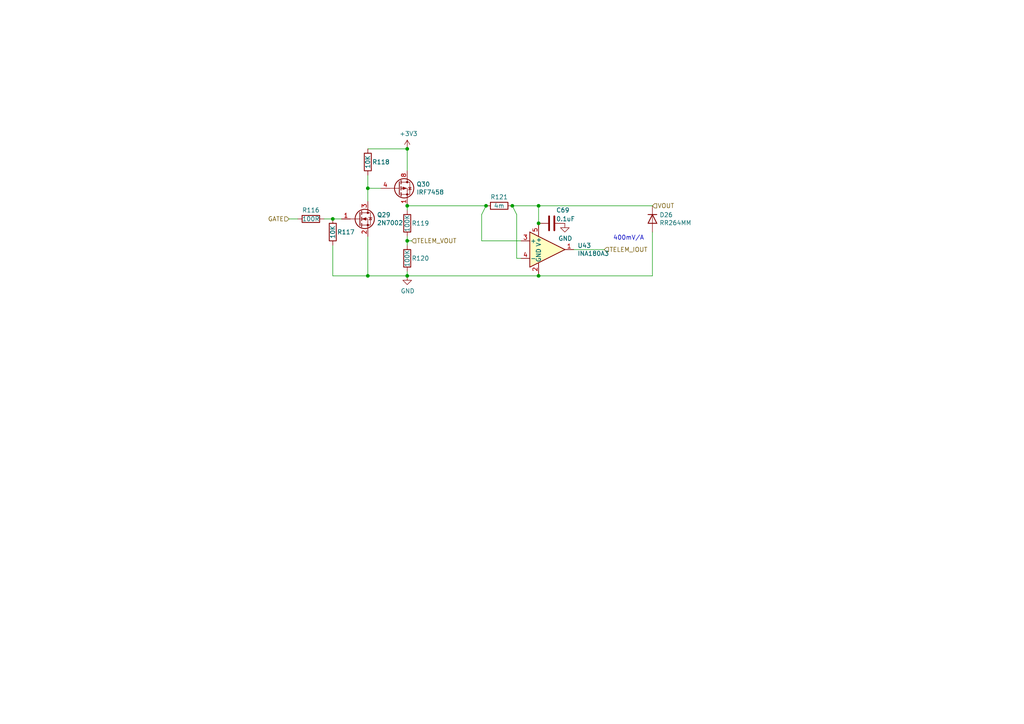
<source format=kicad_sch>
(kicad_sch (version 20211123) (generator eeschema)
  (paper "A4")
  (title_block (title "TJ Custom EPS") (rev "0.1") (company "TJHSST Nanosatellite Club") (comment 1 "3V3 PDM") (comment 2 "Provides Current and Voltage telemetry, and high side switch") (comment 4 "Engineer: Alan Hsu"))
  (lib_symbols
    (symbol "Amplifier_Current:INA138" (pin_names (offset 0.127))
      (property "Reference" "U" (at 3.81 5.08 0))
      (property "Value" "INA138" (at 3.81 2.54 0))
      (symbol "INA138_0_1"
        (polyline (pts (xy -5.08 5.08) (xy 5.08 0) (xy -5.08 -5.08) (xy -5.08 5.08)) (stroke (width 0.254)) (fill (type background)))
      )
      (symbol "INA138_1_1"
        (pin output line (at 7.62 0 180) (length 2.54) (name "~") (number "1"))
        (pin power_in line (at -2.54 -7.62 90) (length 3.81) (name "GND") (number "2"))
        (pin input line (at -7.62 2.54 0) (length 2.54) (name "+") (number "3"))
        (pin input line (at -7.62 -2.54 0) (length 2.54) (name "-") (number "4"))
        (pin power_in line (at -2.54 7.62 270) (length 3.81) (name "V+") (number "5"))
      )
    )
    (symbol "Device:C" (pin_numbers hide) (pin_names (offset 0.254))
      (property "Reference" "C" (at 0.635 2.54 0))
      (property "Value" "C" (at 0.635 -2.54 0))
      (symbol "C_0_1"
        (polyline (pts (xy -2.032 -0.762) (xy 2.032 -0.762)) (stroke (width 0.508)))
        (polyline (pts (xy -2.032 0.762) (xy 2.032 0.762)) (stroke (width 0.508)))
      )
      (symbol "C_1_1"
        (pin passive line (at 0 3.81 270) (length 2.794) (name "~") (number "1"))
        (pin passive line (at 0 -3.81 90) (length 2.794) (name "~") (number "2"))
      )
    )
    (symbol "Device:D" (pin_numbers hide) (pin_names (offset 1.016) hide)
      (property "Reference" "D" (at 0 2.54 0))
      (property "Value" "D" (at 0 -2.54 0))
      (symbol "D_0_1"
        (polyline (pts (xy -1.27 1.27) (xy -1.27 -1.27)) (stroke (width 0.254)))
        (polyline (pts (xy 1.27 0) (xy -1.27 0)))
        (polyline (pts (xy 1.27 1.27) (xy 1.27 -1.27) (xy -1.27 0) (xy 1.27 1.27)) (stroke (width 0.254)))
      )
      (symbol "D_1_1"
        (pin passive line (at -3.81 0 0) (length 2.54) (name "K") (number "1"))
        (pin passive line (at 3.81 0 180) (length 2.54) (name "A") (number "2"))
      )
    )
    (symbol "Device:R" (pin_numbers hide) (pin_names (offset 0))
      (property "Reference" "R" (at 2.032 0 90))
      (property "Value" "R" (at 0 0 90))
      (symbol "R_0_1"
        (rectangle (start -1.016 -2.54) (end 1.016 2.54) (stroke (width 0.254)))
      )
      (symbol "R_1_1"
        (pin passive line (at 0 3.81 270) (length 1.27) (name "~") (number "1"))
        (pin passive line (at 0 -3.81 90) (length 1.27) (name "~") (number "2"))
      )
    )
    (symbol "Transistor_FET:2N7002" (pin_names hide)
      (property "Reference" "Q" (at 5.08 1.905 0))
      (property "Value" "2N7002" (at 5.08 0 0))
      (symbol "2N7002_0_1"
        (polyline (pts (xy 0.254 0) (xy -2.54 0)))
        (polyline (pts (xy 0.254 1.905) (xy 0.254 -1.905)) (stroke (width 0.254)))
        (polyline (pts (xy 0.762 -1.27) (xy 0.762 -2.286)) (stroke (width 0.254)))
        (polyline (pts (xy 0.762 0.508) (xy 0.762 -0.508)) (stroke (width 0.254)))
        (polyline (pts (xy 0.762 2.286) (xy 0.762 1.27)) (stroke (width 0.254)))
        (polyline (pts (xy 2.54 2.54) (xy 2.54 1.778)))
        (polyline (pts (xy 2.54 -2.54) (xy 2.54 0) (xy 0.762 0)))
        (polyline (pts (xy 0.762 -1.778) (xy 3.302 -1.778) (xy 3.302 1.778) (xy 0.762 1.778)))
        (polyline (pts (xy 1.016 0) (xy 2.032 0.381) (xy 2.032 -0.381) (xy 1.016 0)) (fill (type outline)))
        (polyline (pts (xy 2.794 0.508) (xy 2.921 0.381) (xy 3.683 0.381) (xy 3.81 0.254)))
        (polyline (pts (xy 3.302 0.381) (xy 2.921 -0.254) (xy 3.683 -0.254) (xy 3.302 0.381)))
        (circle (center 1.651 0) (radius 2.794) (stroke (width 0.254)))
        (circle (center 2.54 -1.778) (radius 0.254) (fill (type outline)))
        (circle (center 2.54 1.778) (radius 0.254) (fill (type outline)))
      )
      (symbol "2N7002_1_1"
        (pin input line (at -5.08 0 0) (length 2.54) (name "G") (number "1"))
        (pin passive line (at 2.54 -5.08 90) (length 2.54) (name "S") (number "2"))
        (pin passive line (at 2.54 5.08 270) (length 2.54) (name "D") (number "3"))
      )
    )
    (symbol "Transistor_FET:IRF7404" (pin_names hide)
      (property "Reference" "Q" (at 5.08 1.905 0))
      (property "Value" "IRF7404" (at 5.08 0 0))
      (symbol "IRF7404_0_1"
        (polyline (pts (xy 0.254 0) (xy -2.54 0)))
        (polyline (pts (xy 0.254 1.905) (xy 0.254 -1.905)) (stroke (width 0.254)))
        (polyline (pts (xy 0.762 -1.27) (xy 0.762 -2.286)) (stroke (width 0.254)))
        (polyline (pts (xy 0.762 0.508) (xy 0.762 -0.508)) (stroke (width 0.254)))
        (polyline (pts (xy 0.762 2.286) (xy 0.762 1.27)) (stroke (width 0.254)))
        (polyline (pts (xy 2.54 2.54) (xy 2.54 1.778)))
        (polyline (pts (xy 2.54 -2.54) (xy 2.54 0) (xy 0.762 0)))
        (polyline (pts (xy 0.762 1.778) (xy 3.302 1.778) (xy 3.302 -1.778) (xy 0.762 -1.778)))
        (polyline (pts (xy 2.286 0) (xy 1.27 0.381) (xy 1.27 -0.381) (xy 2.286 0)) (fill (type outline)))
        (polyline (pts (xy 2.794 -0.508) (xy 2.921 -0.381) (xy 3.683 -0.381) (xy 3.81 -0.254)))
        (polyline (pts (xy 3.302 -0.381) (xy 2.921 0.254) (xy 3.683 0.254) (xy 3.302 -0.381)))
        (circle (center 1.651 0) (radius 2.794) (stroke (width 0.254)))
        (circle (center 2.54 -1.778) (radius 0.254) (fill (type outline)))
        (circle (center 2.54 1.778) (radius 0.254) (fill (type outline)))
      )
      (symbol "IRF7404_1_1"
        (pin passive line (at 2.54 -5.08 90) (length 2.54) (name "S") (number "1"))
        (pin passive line (at 2.54 -5.08 90) (length 2.54) hide (name "S") (number "2"))
        (pin passive line (at 2.54 -5.08 90) (length 2.54) hide (name "S") (number "3"))
        (pin passive line (at -5.08 0 0) (length 2.54) (name "G") (number "4"))
        (pin passive line (at 2.54 5.08 270) (length 2.54) hide (name "D") (number "5"))
        (pin passive line (at 2.54 5.08 270) (length 2.54) hide (name "D") (number "6"))
        (pin passive line (at 2.54 5.08 270) (length 2.54) hide (name "D") (number "7"))
        (pin passive line (at 2.54 5.08 270) (length 2.54) (name "D") (number "8"))
      )
    )
    (symbol "power:+3V3" (power) (pin_names (offset 0))
      (property "Value" "+3V3" (at 0 3.556 0))
      (symbol "+3V3_0_1"
        (polyline (pts (xy -0.762 1.27) (xy 0 2.54)))
        (polyline (pts (xy 0 0) (xy 0 2.54)))
        (polyline (pts (xy 0 2.54) (xy 0.762 1.27)))
      )
      (symbol "+3V3_1_1"
        (pin power_in line (at 0 0 90) (length 0) hide (name "+3V3") (number "1"))
      )
    )
    (symbol "power:GND" (power) (pin_names (offset 0))
      (property "Value" "GND" (at 0 -3.81 0))
      (symbol "GND_0_1"
        (polyline (pts (xy 0 0) (xy 0 -1.27) (xy 1.27 -1.27) (xy 0 -2.54) (xy -1.27 -1.27) (xy 0 -1.27)))
      )
      (symbol "GND_1_1"
        (pin power_in line (at 0 0 270) (length 0) hide (name "GND") (number "1"))
      )
    )
  )
  (junction (at 106.68 54.61))
  (junction (at 148.59 59.69))
  (junction (at 96.52 63.5))
  (junction (at 118.11 69.85))
  (junction (at 156.21 80.01))
  (junction (at 118.11 59.69))
  (junction (at 140.97 59.69))
  (junction (at 106.68 80.01))
  (junction (at 118.11 43.18))
  (junction (at 156.21 59.69))
  (junction (at 118.11 80.01))
  (junction (at 156.21 64.77))
  (wire (pts (xy 140.97 59.69) (xy 139.7 62.23)))
  (wire (pts (xy 139.7 69.85) (xy 151.13 69.85)))
  (wire (pts (xy 189.23 67.31) (xy 189.23 80.01)))
  (wire (pts (xy 110.49 54.61) (xy 106.68 54.61)))
  (wire (pts (xy 83.82 63.5) (xy 86.36 63.5)))
  (wire (pts (xy 149.86 62.23) (xy 149.86 74.93)))
  (wire (pts (xy 156.21 64.77) (xy 156.21 59.69)))
  (wire (pts (xy 118.11 59.69) (xy 140.97 59.69)))
  (wire (pts (xy 148.59 59.69) (xy 156.21 59.69)))
  (wire (pts (xy 156.21 59.69) (xy 189.23 59.69)))
  (wire (pts (xy 96.52 63.5) (xy 99.06 63.5)))
  (wire (pts (xy 96.52 80.01) (xy 106.68 80.01)))
  (wire (pts (xy 118.11 60.96) (xy 118.11 59.69)))
  (wire (pts (xy 118.11 68.58) (xy 118.11 69.85)))
  (wire (pts (xy 166.37 72.39) (xy 175.26 72.39)))
  (wire (pts (xy 118.11 78.74) (xy 118.11 80.01)))
  (wire (pts (xy 106.68 80.01) (xy 118.11 80.01)))
  (wire (pts (xy 106.68 54.61) (xy 106.68 58.42)))
  (wire (pts (xy 118.11 49.53) (xy 118.11 43.18)))
  (wire (pts (xy 118.11 69.85) (xy 119.38 69.85)))
  (wire (pts (xy 118.11 69.85) (xy 118.11 71.12)))
  (wire (pts (xy 106.68 43.18) (xy 118.11 43.18)))
  (wire (pts (xy 149.86 62.23) (xy 148.59 59.69)))
  (wire (pts (xy 149.86 74.93) (xy 151.13 74.93)))
  (wire (pts (xy 118.11 80.01) (xy 156.21 80.01)))
  (wire (pts (xy 96.52 71.12) (xy 96.52 80.01)))
  (wire (pts (xy 106.68 50.8) (xy 106.68 54.61)))
  (wire (pts (xy 139.7 62.23) (xy 139.7 69.85)))
  (wire (pts (xy 156.21 80.01) (xy 189.23 80.01)))
  (wire (pts (xy 93.98 63.5) (xy 96.52 63.5)))
  (wire (pts (xy 106.68 68.58) (xy 106.68 80.01)))
  (text "400mV/A" (at 177.8 69.85 0) (effects (font (size 1.27 1.27)) (justify left bottom)))
  (hierarchical_label "TELEM_VOUT" (shape input) (at 119.38 69.85 0))
  (hierarchical_label "VOUT" (shape input) (at 189.23 59.69 0))
  (hierarchical_label "GATE" (shape input) (at 83.82 63.5 180))
  (hierarchical_label "TELEM_IOUT" (shape input) (at 175.26 72.39 0))
  (symbol (lib_id "Device:R") (at 106.68 46.99 0) (unit 1)
    (property "Reference" "R118" (at 107.95 46.99 0) (effects (justify left)))
    (property "Value" "10K" (at 106.68 46.99 90))
    (property "Footprint" "Resistor_SMD:R_0603_1608Metric" (effects hide))
  )
  (symbol (lib_id "Device:R") (at 96.52 67.31 0) (unit 1)
    (property "Reference" "R117" (at 97.79 67.31 0) (effects (justify left)))
    (property "Value" "10K" (at 96.52 67.31 90))
    (property "Footprint" "Resistor_SMD:R_0603_1608Metric" (effects hide))
  )
  (symbol (lib_id "power:GND") (at 118.11 80.01 0) (unit 1)
    (property "Reference" "#PWR0122" (effects hide))
    (property "Value" "GND" (at 118.237 84.4042 0))
  )
  (symbol (lib_id "power:+3V3") (at 118.11 43.18 0) (unit 1)
    (property "Reference" "#PWR0121" (effects hide))
    (property "Value" "+3V3" (at 118.491 38.7858 0))
  )
  (symbol (lib_id "Transistor_FET:IRF7404") (at 115.57 54.61 0) (unit 1)
    (property "Reference" "Q30" (at 120.777 53.4416 0) (effects (justify left)))
    (property "Value" "IRF7458" (at 120.777 55.753 0) (effects (justify left)))
    (property "Footprint" "Package_SO:SOIC-8_3.9x4.9mm_P1.27mm" (effects hide))
    (property "Datasheet" "http://www.infineon.com/dgdl/irf7404.pdf?fileId=5546d462533600a4015355fa2b5b1b9e" (effects hide))
  )
  (symbol (lib_id "Transistor_FET:2N7002") (at 104.14 63.5 0) (unit 1)
    (property "Reference" "Q29" (at 109.3216 62.3316 0) (effects (justify left)))
    (property "Value" "2N7002" (at 109.3216 64.643 0) (effects (justify left)))
    (property "Footprint" "Package_TO_SOT_SMD:SOT-23" (effects hide))
    (property "Datasheet" "https://www.onsemi.com/pub/Collateral/NDS7002A-D.PDF" (effects hide))
  )
  (symbol (lib_id "Device:D") (at 189.23 63.5 270) (unit 1)
    (property "Reference" "D26" (at 191.262 62.3316 90) (effects (justify left)))
    (property "Value" "RR264MM" (at 191.262 64.643 90) (effects (justify left)))
    (property "Footprint" "Diode_SMD:D_SOD-123F" (effects hide))
  )
  (symbol (lib_id "Device:R") (at 90.17 63.5 270) (unit 1)
    (property "Reference" "R116" (at 90.17 60.96 90))
    (property "Value" "100R" (at 90.17 63.5 90))
    (property "Footprint" "Resistor_SMD:R_0603_1608Metric" (effects hide))
  )
  (symbol (lib_id "Device:R") (at 118.11 64.77 0) (unit 1)
    (property "Reference" "R119" (at 119.38 64.77 0) (effects (justify left)))
    (property "Value" "100K" (at 118.11 64.77 90))
    (property "Footprint" "Resistor_SMD:R_0603_1608Metric" (effects hide))
  )
  (symbol (lib_id "Device:R") (at 118.11 74.93 0) (unit 1)
    (property "Reference" "R120" (at 119.38 74.93 0) (effects (justify left)))
    (property "Value" "100K" (at 118.11 74.93 90))
    (property "Footprint" "Resistor_SMD:R_0603_1608Metric" (effects hide))
  )
  (symbol (lib_id "Device:R") (at 144.78 59.69 270) (unit 1)
    (property "Reference" "R121" (at 144.78 57.15 90))
    (property "Value" "4m" (at 144.78 59.69 90))
    (property "Footprint" "Resistor_SMD:R_1206_3216Metric" (effects hide))
  )
  (symbol (lib_id "Amplifier_Current:INA138") (at 158.75 72.39 0) (unit 1)
    (property "Reference" "U43" (at 167.4876 71.2216 0) (effects (justify left)))
    (property "Value" "INA180A3" (at 167.4876 73.533 0) (effects (justify left)))
    (property "Footprint" "Package_TO_SOT_SMD:SOT-23-5" (effects hide))
    (property "Datasheet" "http://www.ti.com/lit/ds/symlink/ina138.pdf" (effects hide))
  )
  (symbol (lib_id "Device:C") (at 160.02 64.77 90) (unit 1)
    (property "Reference" "C69" (at 161.29 60.96 90) (effects (justify right)))
    (property "Value" "0.1uF" (at 161.29 63.5 90) (effects (justify right)))
    (property "Footprint" "Capacitor_SMD:C_0603_1608Metric" (effects hide))
  )
  (symbol (lib_id "power:GND") (at 163.83 64.77 0) (unit 1)
    (property "Reference" "#PWR0123" (effects hide))
    (property "Value" "GND" (at 163.957 69.1642 0))
  )
)
</source>
